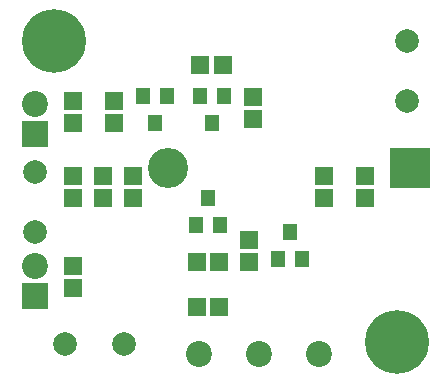
<source format=gbr>
%FSLAX34Y34*%
%MOMM*%
%LNSOLDERMASK_BOTTOM*%
G71*
G01*
%ADD10C,3.400*%
%ADD11R,1.220X1.420*%
%ADD12C,2.000*%
%ADD13R,1.600X1.500*%
%ADD14C,2.200*%
%ADD15C,5.400*%
%ADD16R,1.500X1.600*%
%LPD*%
G36*
X339550Y-155750D02*
X373550Y-155750D01*
X373550Y-189750D01*
X339550Y-189750D01*
X339550Y-155750D01*
G37*
X151550Y-172750D02*
G54D10*
D03*
X188275Y-134775D02*
G54D11*
D03*
X178075Y-111875D02*
G54D11*
D03*
X198475Y-111875D02*
G54D11*
D03*
X353375Y-64925D02*
G54D12*
D03*
X353375Y-115725D02*
G54D12*
D03*
X64283Y-321980D02*
G54D12*
D03*
X114283Y-321981D02*
G54D12*
D03*
X140438Y-134224D02*
G54D11*
D03*
X130238Y-111324D02*
G54D11*
D03*
X150638Y-111324D02*
G54D11*
D03*
X185100Y-198275D02*
G54D11*
D03*
X195300Y-221175D02*
G54D11*
D03*
X174900Y-221175D02*
G54D11*
D03*
X254950Y-226850D02*
G54D11*
D03*
X265150Y-249750D02*
G54D11*
D03*
X244750Y-249750D02*
G54D11*
D03*
X318450Y-198275D02*
G54D13*
D03*
X318450Y-179275D02*
G54D13*
D03*
X70800Y-115725D02*
G54D13*
D03*
X70800Y-134725D02*
G54D13*
D03*
X39050Y-226850D02*
G54D12*
D03*
X39050Y-176050D02*
G54D12*
D03*
G36*
X28050Y-133300D02*
X50050Y-133300D01*
X50050Y-155300D01*
X28050Y-155300D01*
X28050Y-133300D01*
G37*
X39050Y-118900D02*
G54D14*
D03*
X54925Y-64925D02*
G54D15*
D03*
X121600Y-179225D02*
G54D13*
D03*
X121600Y-198225D02*
G54D13*
D03*
X96200Y-179225D02*
G54D13*
D03*
X96200Y-198225D02*
G54D13*
D03*
X70800Y-179225D02*
G54D13*
D03*
X70800Y-198225D02*
G54D13*
D03*
X105725Y-115725D02*
G54D13*
D03*
X105725Y-134725D02*
G54D13*
D03*
X197800Y-85562D02*
G54D16*
D03*
X178800Y-85563D02*
G54D16*
D03*
X223200Y-112550D02*
G54D13*
D03*
X223200Y-131550D02*
G54D13*
D03*
X345000Y-320000D02*
G54D15*
D03*
X283525Y-198275D02*
G54D13*
D03*
X283525Y-179275D02*
G54D13*
D03*
X175625Y-252250D02*
G54D16*
D03*
X194625Y-252250D02*
G54D16*
D03*
X220025Y-252250D02*
G54D13*
D03*
X220025Y-233250D02*
G54D13*
D03*
G36*
X28050Y-269825D02*
X50050Y-269825D01*
X50050Y-291825D01*
X28050Y-291825D01*
X28050Y-269825D01*
G37*
X39050Y-255425D02*
G54D14*
D03*
X70800Y-255425D02*
G54D13*
D03*
X70800Y-274425D02*
G54D13*
D03*
X194911Y-290391D02*
G54D16*
D03*
X175912Y-290391D02*
G54D16*
D03*
X279400Y-330200D02*
G54D14*
D03*
X228600Y-330200D02*
G54D14*
D03*
X177800Y-330200D02*
G54D14*
D03*
M02*

</source>
